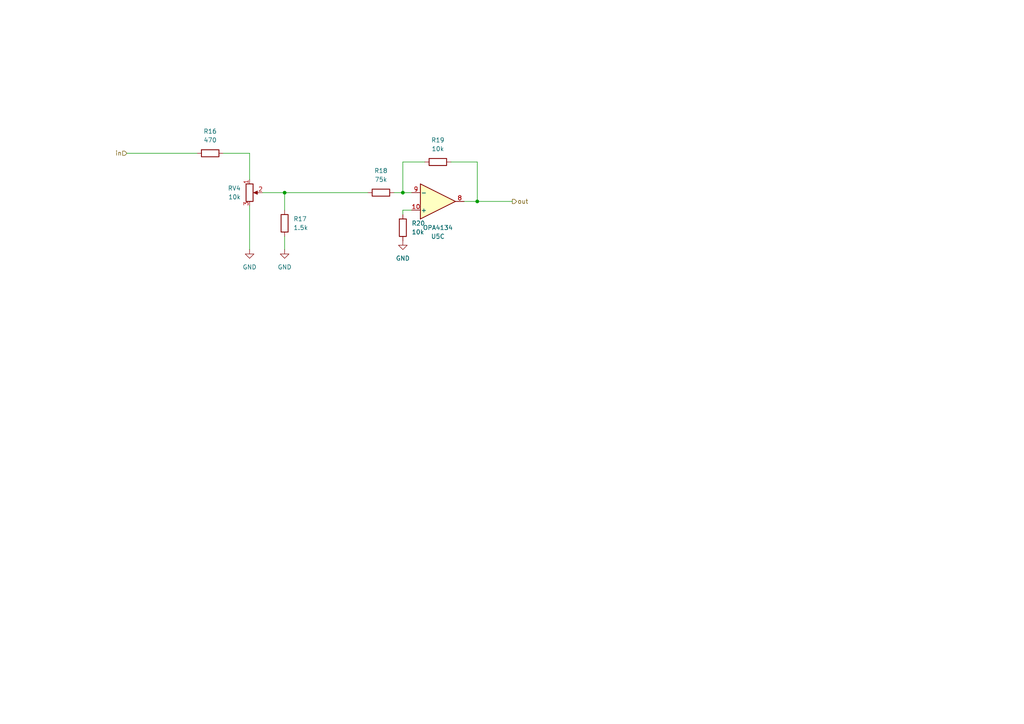
<source format=kicad_sch>
(kicad_sch
	(version 20250114)
	(generator "eeschema")
	(generator_version "9.0")
	(uuid "f329d691-ca04-4d8c-b646-3a61776a9f2e")
	(paper "A4")
	(lib_symbols
		(symbol "Amplifier_Operational:OPA4134"
			(pin_names
				(offset 0.127)
			)
			(exclude_from_sim no)
			(in_bom yes)
			(on_board yes)
			(property "Reference" "U"
				(at 0 5.08 0)
				(effects
					(font
						(size 1.27 1.27)
					)
					(justify left)
				)
			)
			(property "Value" "OPA4134"
				(at 0 -5.08 0)
				(effects
					(font
						(size 1.27 1.27)
					)
					(justify left)
				)
			)
			(property "Footprint" ""
				(at -1.27 2.54 0)
				(effects
					(font
						(size 1.27 1.27)
					)
					(hide yes)
				)
			)
			(property "Datasheet" "http://www.ti.com/lit/ds/symlink/opa134.pdf"
				(at 1.27 5.08 0)
				(effects
					(font
						(size 1.27 1.27)
					)
					(hide yes)
				)
			)
			(property "Description" "Quad SoundPlus High Performance Audio Operational Amplifiers, SOIC-14"
				(at 0 0 0)
				(effects
					(font
						(size 1.27 1.27)
					)
					(hide yes)
				)
			)
			(property "ki_locked" ""
				(at 0 0 0)
				(effects
					(font
						(size 1.27 1.27)
					)
				)
			)
			(property "ki_keywords" "quad opamp"
				(at 0 0 0)
				(effects
					(font
						(size 1.27 1.27)
					)
					(hide yes)
				)
			)
			(property "ki_fp_filters" "SOIC*3.9x8.7mm*P1.27mm* DIP*W7.62mm* TSSOP*4.4x5mm*P0.65mm* SSOP*5.3x6.2mm*P0.65mm* MSOP*3x3mm*P0.5mm*"
				(at 0 0 0)
				(effects
					(font
						(size 1.27 1.27)
					)
					(hide yes)
				)
			)
			(symbol "OPA4134_1_1"
				(polyline
					(pts
						(xy -5.08 5.08) (xy 5.08 0) (xy -5.08 -5.08) (xy -5.08 5.08)
					)
					(stroke
						(width 0.254)
						(type default)
					)
					(fill
						(type background)
					)
				)
				(pin input line
					(at -7.62 2.54 0)
					(length 2.54)
					(name "+"
						(effects
							(font
								(size 1.27 1.27)
							)
						)
					)
					(number "3"
						(effects
							(font
								(size 1.27 1.27)
							)
						)
					)
				)
				(pin input line
					(at -7.62 -2.54 0)
					(length 2.54)
					(name "-"
						(effects
							(font
								(size 1.27 1.27)
							)
						)
					)
					(number "2"
						(effects
							(font
								(size 1.27 1.27)
							)
						)
					)
				)
				(pin output line
					(at 7.62 0 180)
					(length 2.54)
					(name "~"
						(effects
							(font
								(size 1.27 1.27)
							)
						)
					)
					(number "1"
						(effects
							(font
								(size 1.27 1.27)
							)
						)
					)
				)
			)
			(symbol "OPA4134_2_1"
				(polyline
					(pts
						(xy -5.08 5.08) (xy 5.08 0) (xy -5.08 -5.08) (xy -5.08 5.08)
					)
					(stroke
						(width 0.254)
						(type default)
					)
					(fill
						(type background)
					)
				)
				(pin input line
					(at -7.62 2.54 0)
					(length 2.54)
					(name "+"
						(effects
							(font
								(size 1.27 1.27)
							)
						)
					)
					(number "5"
						(effects
							(font
								(size 1.27 1.27)
							)
						)
					)
				)
				(pin input line
					(at -7.62 -2.54 0)
					(length 2.54)
					(name "-"
						(effects
							(font
								(size 1.27 1.27)
							)
						)
					)
					(number "6"
						(effects
							(font
								(size 1.27 1.27)
							)
						)
					)
				)
				(pin output line
					(at 7.62 0 180)
					(length 2.54)
					(name "~"
						(effects
							(font
								(size 1.27 1.27)
							)
						)
					)
					(number "7"
						(effects
							(font
								(size 1.27 1.27)
							)
						)
					)
				)
			)
			(symbol "OPA4134_3_1"
				(polyline
					(pts
						(xy -5.08 5.08) (xy 5.08 0) (xy -5.08 -5.08) (xy -5.08 5.08)
					)
					(stroke
						(width 0.254)
						(type default)
					)
					(fill
						(type background)
					)
				)
				(pin input line
					(at -7.62 2.54 0)
					(length 2.54)
					(name "+"
						(effects
							(font
								(size 1.27 1.27)
							)
						)
					)
					(number "10"
						(effects
							(font
								(size 1.27 1.27)
							)
						)
					)
				)
				(pin input line
					(at -7.62 -2.54 0)
					(length 2.54)
					(name "-"
						(effects
							(font
								(size 1.27 1.27)
							)
						)
					)
					(number "9"
						(effects
							(font
								(size 1.27 1.27)
							)
						)
					)
				)
				(pin output line
					(at 7.62 0 180)
					(length 2.54)
					(name "~"
						(effects
							(font
								(size 1.27 1.27)
							)
						)
					)
					(number "8"
						(effects
							(font
								(size 1.27 1.27)
							)
						)
					)
				)
			)
			(symbol "OPA4134_4_1"
				(polyline
					(pts
						(xy -5.08 5.08) (xy 5.08 0) (xy -5.08 -5.08) (xy -5.08 5.08)
					)
					(stroke
						(width 0.254)
						(type default)
					)
					(fill
						(type background)
					)
				)
				(pin input line
					(at -7.62 2.54 0)
					(length 2.54)
					(name "+"
						(effects
							(font
								(size 1.27 1.27)
							)
						)
					)
					(number "12"
						(effects
							(font
								(size 1.27 1.27)
							)
						)
					)
				)
				(pin input line
					(at -7.62 -2.54 0)
					(length 2.54)
					(name "-"
						(effects
							(font
								(size 1.27 1.27)
							)
						)
					)
					(number "13"
						(effects
							(font
								(size 1.27 1.27)
							)
						)
					)
				)
				(pin output line
					(at 7.62 0 180)
					(length 2.54)
					(name "~"
						(effects
							(font
								(size 1.27 1.27)
							)
						)
					)
					(number "14"
						(effects
							(font
								(size 1.27 1.27)
							)
						)
					)
				)
			)
			(symbol "OPA4134_5_1"
				(pin power_in line
					(at -2.54 7.62 270)
					(length 3.81)
					(name "V+"
						(effects
							(font
								(size 1.27 1.27)
							)
						)
					)
					(number "4"
						(effects
							(font
								(size 1.27 1.27)
							)
						)
					)
				)
				(pin power_in line
					(at -2.54 -7.62 90)
					(length 3.81)
					(name "V-"
						(effects
							(font
								(size 1.27 1.27)
							)
						)
					)
					(number "11"
						(effects
							(font
								(size 1.27 1.27)
							)
						)
					)
				)
			)
			(embedded_fonts no)
		)
		(symbol "Device:R"
			(pin_numbers
				(hide yes)
			)
			(pin_names
				(offset 0)
			)
			(exclude_from_sim no)
			(in_bom yes)
			(on_board yes)
			(property "Reference" "R"
				(at 2.032 0 90)
				(effects
					(font
						(size 1.27 1.27)
					)
				)
			)
			(property "Value" "R"
				(at 0 0 90)
				(effects
					(font
						(size 1.27 1.27)
					)
				)
			)
			(property "Footprint" ""
				(at -1.778 0 90)
				(effects
					(font
						(size 1.27 1.27)
					)
					(hide yes)
				)
			)
			(property "Datasheet" "~"
				(at 0 0 0)
				(effects
					(font
						(size 1.27 1.27)
					)
					(hide yes)
				)
			)
			(property "Description" "Resistor"
				(at 0 0 0)
				(effects
					(font
						(size 1.27 1.27)
					)
					(hide yes)
				)
			)
			(property "ki_keywords" "R res resistor"
				(at 0 0 0)
				(effects
					(font
						(size 1.27 1.27)
					)
					(hide yes)
				)
			)
			(property "ki_fp_filters" "R_*"
				(at 0 0 0)
				(effects
					(font
						(size 1.27 1.27)
					)
					(hide yes)
				)
			)
			(symbol "R_0_1"
				(rectangle
					(start -1.016 -2.54)
					(end 1.016 2.54)
					(stroke
						(width 0.254)
						(type default)
					)
					(fill
						(type none)
					)
				)
			)
			(symbol "R_1_1"
				(pin passive line
					(at 0 3.81 270)
					(length 1.27)
					(name "~"
						(effects
							(font
								(size 1.27 1.27)
							)
						)
					)
					(number "1"
						(effects
							(font
								(size 1.27 1.27)
							)
						)
					)
				)
				(pin passive line
					(at 0 -3.81 90)
					(length 1.27)
					(name "~"
						(effects
							(font
								(size 1.27 1.27)
							)
						)
					)
					(number "2"
						(effects
							(font
								(size 1.27 1.27)
							)
						)
					)
				)
			)
			(embedded_fonts no)
		)
		(symbol "Device:R_Potentiometer"
			(pin_names
				(offset 1.016)
				(hide yes)
			)
			(exclude_from_sim no)
			(in_bom yes)
			(on_board yes)
			(property "Reference" "RV"
				(at -4.445 0 90)
				(effects
					(font
						(size 1.27 1.27)
					)
				)
			)
			(property "Value" "R_Potentiometer"
				(at -2.54 0 90)
				(effects
					(font
						(size 1.27 1.27)
					)
				)
			)
			(property "Footprint" ""
				(at 0 0 0)
				(effects
					(font
						(size 1.27 1.27)
					)
					(hide yes)
				)
			)
			(property "Datasheet" "~"
				(at 0 0 0)
				(effects
					(font
						(size 1.27 1.27)
					)
					(hide yes)
				)
			)
			(property "Description" "Potentiometer"
				(at 0 0 0)
				(effects
					(font
						(size 1.27 1.27)
					)
					(hide yes)
				)
			)
			(property "ki_keywords" "resistor variable"
				(at 0 0 0)
				(effects
					(font
						(size 1.27 1.27)
					)
					(hide yes)
				)
			)
			(property "ki_fp_filters" "Potentiometer*"
				(at 0 0 0)
				(effects
					(font
						(size 1.27 1.27)
					)
					(hide yes)
				)
			)
			(symbol "R_Potentiometer_0_1"
				(rectangle
					(start 1.016 2.54)
					(end -1.016 -2.54)
					(stroke
						(width 0.254)
						(type default)
					)
					(fill
						(type none)
					)
				)
				(polyline
					(pts
						(xy 1.143 0) (xy 2.286 0.508) (xy 2.286 -0.508) (xy 1.143 0)
					)
					(stroke
						(width 0)
						(type default)
					)
					(fill
						(type outline)
					)
				)
				(polyline
					(pts
						(xy 2.54 0) (xy 1.524 0)
					)
					(stroke
						(width 0)
						(type default)
					)
					(fill
						(type none)
					)
				)
			)
			(symbol "R_Potentiometer_1_1"
				(pin passive line
					(at 0 3.81 270)
					(length 1.27)
					(name "1"
						(effects
							(font
								(size 1.27 1.27)
							)
						)
					)
					(number "1"
						(effects
							(font
								(size 1.27 1.27)
							)
						)
					)
				)
				(pin passive line
					(at 0 -3.81 90)
					(length 1.27)
					(name "3"
						(effects
							(font
								(size 1.27 1.27)
							)
						)
					)
					(number "3"
						(effects
							(font
								(size 1.27 1.27)
							)
						)
					)
				)
				(pin passive line
					(at 3.81 0 180)
					(length 1.27)
					(name "2"
						(effects
							(font
								(size 1.27 1.27)
							)
						)
					)
					(number "2"
						(effects
							(font
								(size 1.27 1.27)
							)
						)
					)
				)
			)
			(embedded_fonts no)
		)
		(symbol "power:GND"
			(power)
			(pin_numbers
				(hide yes)
			)
			(pin_names
				(offset 0)
				(hide yes)
			)
			(exclude_from_sim no)
			(in_bom yes)
			(on_board yes)
			(property "Reference" "#PWR"
				(at 0 -6.35 0)
				(effects
					(font
						(size 1.27 1.27)
					)
					(hide yes)
				)
			)
			(property "Value" "GND"
				(at 0 -3.81 0)
				(effects
					(font
						(size 1.27 1.27)
					)
				)
			)
			(property "Footprint" ""
				(at 0 0 0)
				(effects
					(font
						(size 1.27 1.27)
					)
					(hide yes)
				)
			)
			(property "Datasheet" ""
				(at 0 0 0)
				(effects
					(font
						(size 1.27 1.27)
					)
					(hide yes)
				)
			)
			(property "Description" "Power symbol creates a global label with name \"GND\" , ground"
				(at 0 0 0)
				(effects
					(font
						(size 1.27 1.27)
					)
					(hide yes)
				)
			)
			(property "ki_keywords" "global power"
				(at 0 0 0)
				(effects
					(font
						(size 1.27 1.27)
					)
					(hide yes)
				)
			)
			(symbol "GND_0_1"
				(polyline
					(pts
						(xy 0 0) (xy 0 -1.27) (xy 1.27 -1.27) (xy 0 -2.54) (xy -1.27 -1.27) (xy 0 -1.27)
					)
					(stroke
						(width 0)
						(type default)
					)
					(fill
						(type none)
					)
				)
			)
			(symbol "GND_1_1"
				(pin power_in line
					(at 0 0 270)
					(length 0)
					(name "~"
						(effects
							(font
								(size 1.27 1.27)
							)
						)
					)
					(number "1"
						(effects
							(font
								(size 1.27 1.27)
							)
						)
					)
				)
			)
			(embedded_fonts no)
		)
	)
	(junction
		(at 138.43 58.42)
		(diameter 0)
		(color 0 0 0 0)
		(uuid "82c0815a-a646-4076-8e8a-c730a1c3a04c")
	)
	(junction
		(at 116.84 55.88)
		(diameter 0)
		(color 0 0 0 0)
		(uuid "cea8f306-b5e2-4c0c-a212-bfc8e55adf10")
	)
	(junction
		(at 82.55 55.88)
		(diameter 0)
		(color 0 0 0 0)
		(uuid "ef195b07-b031-4c41-a9f0-bde485c000bc")
	)
	(wire
		(pts
			(xy 72.39 44.45) (xy 72.39 52.07)
		)
		(stroke
			(width 0)
			(type default)
		)
		(uuid "0c635861-3d28-4ff1-a9db-bcd4694ec3d6")
	)
	(wire
		(pts
			(xy 82.55 55.88) (xy 82.55 60.96)
		)
		(stroke
			(width 0)
			(type default)
		)
		(uuid "0d11c35d-4556-417e-9465-ce0930e5193c")
	)
	(wire
		(pts
			(xy 76.2 55.88) (xy 82.55 55.88)
		)
		(stroke
			(width 0)
			(type default)
		)
		(uuid "18d63d5e-9817-4e0a-b964-324038d0e1b3")
	)
	(wire
		(pts
			(xy 138.43 58.42) (xy 148.59 58.42)
		)
		(stroke
			(width 0)
			(type default)
		)
		(uuid "20229e9c-e7c9-4490-b254-6adbee6051f1")
	)
	(wire
		(pts
			(xy 36.83 44.45) (xy 57.15 44.45)
		)
		(stroke
			(width 0)
			(type default)
		)
		(uuid "2c7744c5-2228-4fe3-8bbd-eedee76783dc")
	)
	(wire
		(pts
			(xy 116.84 62.23) (xy 116.84 60.96)
		)
		(stroke
			(width 0)
			(type default)
		)
		(uuid "391e581f-5e6e-43eb-98f8-63bdd05e5053")
	)
	(wire
		(pts
			(xy 114.3 55.88) (xy 116.84 55.88)
		)
		(stroke
			(width 0)
			(type default)
		)
		(uuid "528e7f94-75cf-47fb-8f24-0da21492ec0d")
	)
	(wire
		(pts
			(xy 116.84 46.99) (xy 123.19 46.99)
		)
		(stroke
			(width 0)
			(type default)
		)
		(uuid "64487fab-7222-4da4-b808-37e1aec3cbea")
	)
	(wire
		(pts
			(xy 116.84 55.88) (xy 119.38 55.88)
		)
		(stroke
			(width 0)
			(type default)
		)
		(uuid "6acccc67-1c9e-491f-b96c-0c94ca352493")
	)
	(wire
		(pts
			(xy 82.55 55.88) (xy 106.68 55.88)
		)
		(stroke
			(width 0)
			(type default)
		)
		(uuid "6e22f945-4e79-460a-b92f-623320b1031a")
	)
	(wire
		(pts
			(xy 82.55 68.58) (xy 82.55 72.39)
		)
		(stroke
			(width 0)
			(type default)
		)
		(uuid "7aba3871-8e94-4997-b341-637071a5a2f6")
	)
	(wire
		(pts
			(xy 72.39 59.69) (xy 72.39 72.39)
		)
		(stroke
			(width 0)
			(type default)
		)
		(uuid "a1b015b6-5eed-4502-a160-264102680692")
	)
	(wire
		(pts
			(xy 64.77 44.45) (xy 72.39 44.45)
		)
		(stroke
			(width 0)
			(type default)
		)
		(uuid "a9e1a512-3d72-4435-870f-dcc811fba768")
	)
	(wire
		(pts
			(xy 116.84 60.96) (xy 119.38 60.96)
		)
		(stroke
			(width 0)
			(type default)
		)
		(uuid "b08c573c-de0a-4644-8c97-8e8a86905be7")
	)
	(wire
		(pts
			(xy 138.43 46.99) (xy 138.43 58.42)
		)
		(stroke
			(width 0)
			(type default)
		)
		(uuid "b15f9add-aa9e-4c93-8a93-fa48a0149f10")
	)
	(wire
		(pts
			(xy 138.43 58.42) (xy 134.62 58.42)
		)
		(stroke
			(width 0)
			(type default)
		)
		(uuid "b1a21386-ebac-4096-b4e5-c816da3fa84e")
	)
	(wire
		(pts
			(xy 130.81 46.99) (xy 138.43 46.99)
		)
		(stroke
			(width 0)
			(type default)
		)
		(uuid "c4f59774-4f7c-4a03-aedc-4dfaa1b037e9")
	)
	(wire
		(pts
			(xy 116.84 55.88) (xy 116.84 46.99)
		)
		(stroke
			(width 0)
			(type default)
		)
		(uuid "fc1c5b2a-618f-4788-938e-ccae45672c83")
	)
	(hierarchical_label "in"
		(shape input)
		(at 36.83 44.45 180)
		(effects
			(font
				(size 1.27 1.27)
			)
			(justify right)
		)
		(uuid "d6a02cea-d69f-4b62-80da-446c57447cf4")
	)
	(hierarchical_label "out"
		(shape output)
		(at 148.59 58.42 0)
		(effects
			(font
				(size 1.27 1.27)
			)
			(justify left)
		)
		(uuid "f78a7fb2-4ea6-48dc-9075-8d305d363caf")
	)
	(symbol
		(lib_id "Amplifier_Operational:OPA4134")
		(at 127 58.42 0)
		(mirror x)
		(unit 3)
		(exclude_from_sim no)
		(in_bom yes)
		(on_board yes)
		(dnp no)
		(uuid "1544bef1-2521-4c7d-80f2-65f7ecbe67fe")
		(property "Reference" "U5"
			(at 127 68.58 0)
			(effects
				(font
					(size 1.27 1.27)
				)
			)
		)
		(property "Value" "OPA4134"
			(at 127 66.04 0)
			(effects
				(font
					(size 1.27 1.27)
				)
			)
		)
		(property "Footprint" "Package_SO:SOIC-14_3.9x8.7mm_P1.27mm"
			(at 125.73 60.96 0)
			(effects
				(font
					(size 1.27 1.27)
				)
				(hide yes)
			)
		)
		(property "Datasheet" "http://www.ti.com/lit/ds/symlink/opa134.pdf"
			(at 128.27 63.5 0)
			(effects
				(font
					(size 1.27 1.27)
				)
				(hide yes)
			)
		)
		(property "Description" "Quad SoundPlus High Performance Audio Operational Amplifiers, SOIC-14"
			(at 127 58.42 0)
			(effects
				(font
					(size 1.27 1.27)
				)
				(hide yes)
			)
		)
		(pin "14"
			(uuid "88c5557e-f04b-443c-8bbe-863e671a5ed9")
		)
		(pin "1"
			(uuid "37ad7f25-9551-4284-8c66-6fc7833d16fa")
		)
		(pin "10"
			(uuid "4584312e-ae71-44d9-a828-811571c6b26c")
		)
		(pin "6"
			(uuid "e8a24a07-ea51-4f22-a1b6-79ad8d9e284b")
		)
		(pin "13"
			(uuid "ccfaed61-4d47-4f47-a15d-6b3519c8ba53")
		)
		(pin "3"
			(uuid "2e97fd96-90f1-436e-80c8-d680b90cf295")
		)
		(pin "8"
			(uuid "a3c60b76-5cf2-404f-8f38-bb5e686c0df5")
		)
		(pin "2"
			(uuid "9fb7d513-d56c-453c-b0b1-70a83e7e08aa")
		)
		(pin "7"
			(uuid "e249e348-062e-4756-aa5c-7ef698dd2392")
		)
		(pin "11"
			(uuid "b1ee543d-cb60-4ba3-bdd9-08ff2486fbd8")
		)
		(pin "9"
			(uuid "e821ba57-6179-4241-9192-db6a1279ff38")
		)
		(pin "4"
			(uuid "717f0cda-1916-4014-8be0-47d41ab150b0")
		)
		(pin "5"
			(uuid "b733d685-4ceb-434e-9b5c-5581dfb421bc")
		)
		(pin "12"
			(uuid "f95be161-a1a8-43ff-8788-e58263cfca77")
		)
		(instances
			(project ""
				(path "/b77251ff-4eed-421f-8c84-983bb16b8e4c/5c594058-2915-4480-9458-ea1f730b027c"
					(reference "U5")
					(unit 3)
				)
			)
		)
	)
	(symbol
		(lib_id "Device:R_Potentiometer")
		(at 72.39 55.88 0)
		(unit 1)
		(exclude_from_sim no)
		(in_bom yes)
		(on_board yes)
		(dnp no)
		(fields_autoplaced yes)
		(uuid "5622d29e-3df5-48a5-93f7-3b1cf7b5bda8")
		(property "Reference" "RV4"
			(at 69.85 54.6099 0)
			(effects
				(font
					(size 1.27 1.27)
				)
				(justify right)
			)
		)
		(property "Value" "10k"
			(at 69.85 57.1499 0)
			(effects
				(font
					(size 1.27 1.27)
				)
				(justify right)
			)
		)
		(property "Footprint" "Connector_PinHeader_2.54mm:PinHeader_1x03_P2.54mm_Vertical"
			(at 72.39 55.88 0)
			(effects
				(font
					(size 1.27 1.27)
				)
				(hide yes)
			)
		)
		(property "Datasheet" "~"
			(at 72.39 55.88 0)
			(effects
				(font
					(size 1.27 1.27)
				)
				(hide yes)
			)
		)
		(property "Description" "Potentiometer"
			(at 72.39 55.88 0)
			(effects
				(font
					(size 1.27 1.27)
				)
				(hide yes)
			)
		)
		(pin "3"
			(uuid "9c3c308f-ebb7-40d1-9b48-af447f7b9423")
		)
		(pin "1"
			(uuid "1c65e4fd-41e0-4913-b0e5-57a4d56df9ac")
		)
		(pin "2"
			(uuid "22c59bd5-0667-4a4b-9eb8-eb0c59e449b4")
		)
		(instances
			(project ""
				(path "/b77251ff-4eed-421f-8c84-983bb16b8e4c/5c594058-2915-4480-9458-ea1f730b027c"
					(reference "RV4")
					(unit 1)
				)
			)
		)
	)
	(symbol
		(lib_id "Device:R")
		(at 110.49 55.88 90)
		(unit 1)
		(exclude_from_sim no)
		(in_bom yes)
		(on_board yes)
		(dnp no)
		(fields_autoplaced yes)
		(uuid "5a3bfa87-2f14-4a81-abd5-8bf8b313cf4a")
		(property "Reference" "R18"
			(at 110.49 49.53 90)
			(effects
				(font
					(size 1.27 1.27)
				)
			)
		)
		(property "Value" "75k"
			(at 110.49 52.07 90)
			(effects
				(font
					(size 1.27 1.27)
				)
			)
		)
		(property "Footprint" "Resistor_SMD:R_0603_1608Metric_Pad0.98x0.95mm_HandSolder"
			(at 110.49 57.658 90)
			(effects
				(font
					(size 1.27 1.27)
				)
				(hide yes)
			)
		)
		(property "Datasheet" "~"
			(at 110.49 55.88 0)
			(effects
				(font
					(size 1.27 1.27)
				)
				(hide yes)
			)
		)
		(property "Description" "Resistor"
			(at 110.49 55.88 0)
			(effects
				(font
					(size 1.27 1.27)
				)
				(hide yes)
			)
		)
		(pin "1"
			(uuid "fade8b31-34c6-4959-b4be-3036431c29bd")
		)
		(pin "2"
			(uuid "c83597f3-6200-4d14-96cf-dd77d6a0e7c1")
		)
		(instances
			(project ""
				(path "/b77251ff-4eed-421f-8c84-983bb16b8e4c/5c594058-2915-4480-9458-ea1f730b027c"
					(reference "R18")
					(unit 1)
				)
			)
		)
	)
	(symbol
		(lib_id "Device:R")
		(at 127 46.99 90)
		(unit 1)
		(exclude_from_sim no)
		(in_bom yes)
		(on_board yes)
		(dnp no)
		(fields_autoplaced yes)
		(uuid "6ed86423-422d-47a5-b955-760c13858ef0")
		(property "Reference" "R19"
			(at 127 40.64 90)
			(effects
				(font
					(size 1.27 1.27)
				)
			)
		)
		(property "Value" "10k"
			(at 127 43.18 90)
			(effects
				(font
					(size 1.27 1.27)
				)
			)
		)
		(property "Footprint" "Resistor_SMD:R_0603_1608Metric_Pad0.98x0.95mm_HandSolder"
			(at 127 48.768 90)
			(effects
				(font
					(size 1.27 1.27)
				)
				(hide yes)
			)
		)
		(property "Datasheet" "~"
			(at 127 46.99 0)
			(effects
				(font
					(size 1.27 1.27)
				)
				(hide yes)
			)
		)
		(property "Description" "Resistor"
			(at 127 46.99 0)
			(effects
				(font
					(size 1.27 1.27)
				)
				(hide yes)
			)
		)
		(pin "1"
			(uuid "fade8b31-34c6-4959-b4be-3036431c29be")
		)
		(pin "2"
			(uuid "c83597f3-6200-4d14-96cf-dd77d6a0e7c2")
		)
		(instances
			(project ""
				(path "/b77251ff-4eed-421f-8c84-983bb16b8e4c/5c594058-2915-4480-9458-ea1f730b027c"
					(reference "R19")
					(unit 1)
				)
			)
		)
	)
	(symbol
		(lib_id "power:GND")
		(at 116.84 69.85 0)
		(unit 1)
		(exclude_from_sim no)
		(in_bom yes)
		(on_board yes)
		(dnp no)
		(fields_autoplaced yes)
		(uuid "7e880a4e-5127-4ad9-846c-1cc232a693bc")
		(property "Reference" "#PWR038"
			(at 116.84 76.2 0)
			(effects
				(font
					(size 1.27 1.27)
				)
				(hide yes)
			)
		)
		(property "Value" "GND"
			(at 116.84 74.93 0)
			(effects
				(font
					(size 1.27 1.27)
				)
			)
		)
		(property "Footprint" ""
			(at 116.84 69.85 0)
			(effects
				(font
					(size 1.27 1.27)
				)
				(hide yes)
			)
		)
		(property "Datasheet" ""
			(at 116.84 69.85 0)
			(effects
				(font
					(size 1.27 1.27)
				)
				(hide yes)
			)
		)
		(property "Description" "Power symbol creates a global label with name \"GND\" , ground"
			(at 116.84 69.85 0)
			(effects
				(font
					(size 1.27 1.27)
				)
				(hide yes)
			)
		)
		(pin "1"
			(uuid "ce54fd69-ef64-402d-9ffd-c9401d0f4f10")
		)
		(instances
			(project ""
				(path "/b77251ff-4eed-421f-8c84-983bb16b8e4c/5c594058-2915-4480-9458-ea1f730b027c"
					(reference "#PWR038")
					(unit 1)
				)
			)
		)
	)
	(symbol
		(lib_id "power:GND")
		(at 72.39 72.39 0)
		(unit 1)
		(exclude_from_sim no)
		(in_bom yes)
		(on_board yes)
		(dnp no)
		(fields_autoplaced yes)
		(uuid "80f03a1b-6841-467f-ace7-1bb4b095581e")
		(property "Reference" "#PWR036"
			(at 72.39 78.74 0)
			(effects
				(font
					(size 1.27 1.27)
				)
				(hide yes)
			)
		)
		(property "Value" "GND"
			(at 72.39 77.47 0)
			(effects
				(font
					(size 1.27 1.27)
				)
			)
		)
		(property "Footprint" ""
			(at 72.39 72.39 0)
			(effects
				(font
					(size 1.27 1.27)
				)
				(hide yes)
			)
		)
		(property "Datasheet" ""
			(at 72.39 72.39 0)
			(effects
				(font
					(size 1.27 1.27)
				)
				(hide yes)
			)
		)
		(property "Description" "Power symbol creates a global label with name \"GND\" , ground"
			(at 72.39 72.39 0)
			(effects
				(font
					(size 1.27 1.27)
				)
				(hide yes)
			)
		)
		(pin "1"
			(uuid "ce54fd69-ef64-402d-9ffd-c9401d0f4f11")
		)
		(instances
			(project ""
				(path "/b77251ff-4eed-421f-8c84-983bb16b8e4c/5c594058-2915-4480-9458-ea1f730b027c"
					(reference "#PWR036")
					(unit 1)
				)
			)
		)
	)
	(symbol
		(lib_id "Device:R")
		(at 116.84 66.04 180)
		(unit 1)
		(exclude_from_sim no)
		(in_bom yes)
		(on_board yes)
		(dnp no)
		(fields_autoplaced yes)
		(uuid "8d18de9d-2c5e-4e45-85b5-eb57e763dc48")
		(property "Reference" "R20"
			(at 119.38 64.7699 0)
			(effects
				(font
					(size 1.27 1.27)
				)
				(justify right)
			)
		)
		(property "Value" "10k"
			(at 119.38 67.3099 0)
			(effects
				(font
					(size 1.27 1.27)
				)
				(justify right)
			)
		)
		(property "Footprint" "Resistor_SMD:R_0603_1608Metric_Pad0.98x0.95mm_HandSolder"
			(at 118.618 66.04 90)
			(effects
				(font
					(size 1.27 1.27)
				)
				(hide yes)
			)
		)
		(property "Datasheet" "~"
			(at 116.84 66.04 0)
			(effects
				(font
					(size 1.27 1.27)
				)
				(hide yes)
			)
		)
		(property "Description" "Resistor"
			(at 116.84 66.04 0)
			(effects
				(font
					(size 1.27 1.27)
				)
				(hide yes)
			)
		)
		(pin "1"
			(uuid "fade8b31-34c6-4959-b4be-3036431c29bf")
		)
		(pin "2"
			(uuid "c83597f3-6200-4d14-96cf-dd77d6a0e7c3")
		)
		(instances
			(project ""
				(path "/b77251ff-4eed-421f-8c84-983bb16b8e4c/5c594058-2915-4480-9458-ea1f730b027c"
					(reference "R20")
					(unit 1)
				)
			)
		)
	)
	(symbol
		(lib_id "Device:R")
		(at 60.96 44.45 90)
		(unit 1)
		(exclude_from_sim no)
		(in_bom yes)
		(on_board yes)
		(dnp no)
		(fields_autoplaced yes)
		(uuid "9bbd01ba-dd0d-410d-a31b-38b87259979c")
		(property "Reference" "R16"
			(at 60.96 38.1 90)
			(effects
				(font
					(size 1.27 1.27)
				)
			)
		)
		(property "Value" "470"
			(at 60.96 40.64 90)
			(effects
				(font
					(size 1.27 1.27)
				)
			)
		)
		(property "Footprint" "Resistor_SMD:R_0603_1608Metric_Pad0.98x0.95mm_HandSolder"
			(at 60.96 46.228 90)
			(effects
				(font
					(size 1.27 1.27)
				)
				(hide yes)
			)
		)
		(property "Datasheet" "~"
			(at 60.96 44.45 0)
			(effects
				(font
					(size 1.27 1.27)
				)
				(hide yes)
			)
		)
		(property "Description" "Resistor"
			(at 60.96 44.45 0)
			(effects
				(font
					(size 1.27 1.27)
				)
				(hide yes)
			)
		)
		(pin "1"
			(uuid "fade8b31-34c6-4959-b4be-3036431c29c0")
		)
		(pin "2"
			(uuid "c83597f3-6200-4d14-96cf-dd77d6a0e7c4")
		)
		(instances
			(project ""
				(path "/b77251ff-4eed-421f-8c84-983bb16b8e4c/5c594058-2915-4480-9458-ea1f730b027c"
					(reference "R16")
					(unit 1)
				)
			)
		)
	)
	(symbol
		(lib_id "Device:R")
		(at 82.55 64.77 0)
		(unit 1)
		(exclude_from_sim no)
		(in_bom yes)
		(on_board yes)
		(dnp no)
		(fields_autoplaced yes)
		(uuid "cb520a7e-0cc5-481e-abe5-7f8f500fb119")
		(property "Reference" "R17"
			(at 85.09 63.4999 0)
			(effects
				(font
					(size 1.27 1.27)
				)
				(justify left)
			)
		)
		(property "Value" "1.5k"
			(at 85.09 66.0399 0)
			(effects
				(font
					(size 1.27 1.27)
				)
				(justify left)
			)
		)
		(property "Footprint" "Resistor_SMD:R_0603_1608Metric_Pad0.98x0.95mm_HandSolder"
			(at 80.772 64.77 90)
			(effects
				(font
					(size 1.27 1.27)
				)
				(hide yes)
			)
		)
		(property "Datasheet" "~"
			(at 82.55 64.77 0)
			(effects
				(font
					(size 1.27 1.27)
				)
				(hide yes)
			)
		)
		(property "Description" "Resistor"
			(at 82.55 64.77 0)
			(effects
				(font
					(size 1.27 1.27)
				)
				(hide yes)
			)
		)
		(pin "1"
			(uuid "fade8b31-34c6-4959-b4be-3036431c29c1")
		)
		(pin "2"
			(uuid "c83597f3-6200-4d14-96cf-dd77d6a0e7c5")
		)
		(instances
			(project ""
				(path "/b77251ff-4eed-421f-8c84-983bb16b8e4c/5c594058-2915-4480-9458-ea1f730b027c"
					(reference "R17")
					(unit 1)
				)
			)
		)
	)
	(symbol
		(lib_id "power:GND")
		(at 82.55 72.39 0)
		(unit 1)
		(exclude_from_sim no)
		(in_bom yes)
		(on_board yes)
		(dnp no)
		(fields_autoplaced yes)
		(uuid "d97ff3b6-b9e0-4400-8616-02fc936a52c0")
		(property "Reference" "#PWR037"
			(at 82.55 78.74 0)
			(effects
				(font
					(size 1.27 1.27)
				)
				(hide yes)
			)
		)
		(property "Value" "GND"
			(at 82.55 77.47 0)
			(effects
				(font
					(size 1.27 1.27)
				)
			)
		)
		(property "Footprint" ""
			(at 82.55 72.39 0)
			(effects
				(font
					(size 1.27 1.27)
				)
				(hide yes)
			)
		)
		(property "Datasheet" ""
			(at 82.55 72.39 0)
			(effects
				(font
					(size 1.27 1.27)
				)
				(hide yes)
			)
		)
		(property "Description" "Power symbol creates a global label with name \"GND\" , ground"
			(at 82.55 72.39 0)
			(effects
				(font
					(size 1.27 1.27)
				)
				(hide yes)
			)
		)
		(pin "1"
			(uuid "ce54fd69-ef64-402d-9ffd-c9401d0f4f12")
		)
		(instances
			(project ""
				(path "/b77251ff-4eed-421f-8c84-983bb16b8e4c/5c594058-2915-4480-9458-ea1f730b027c"
					(reference "#PWR037")
					(unit 1)
				)
			)
		)
	)
)

</source>
